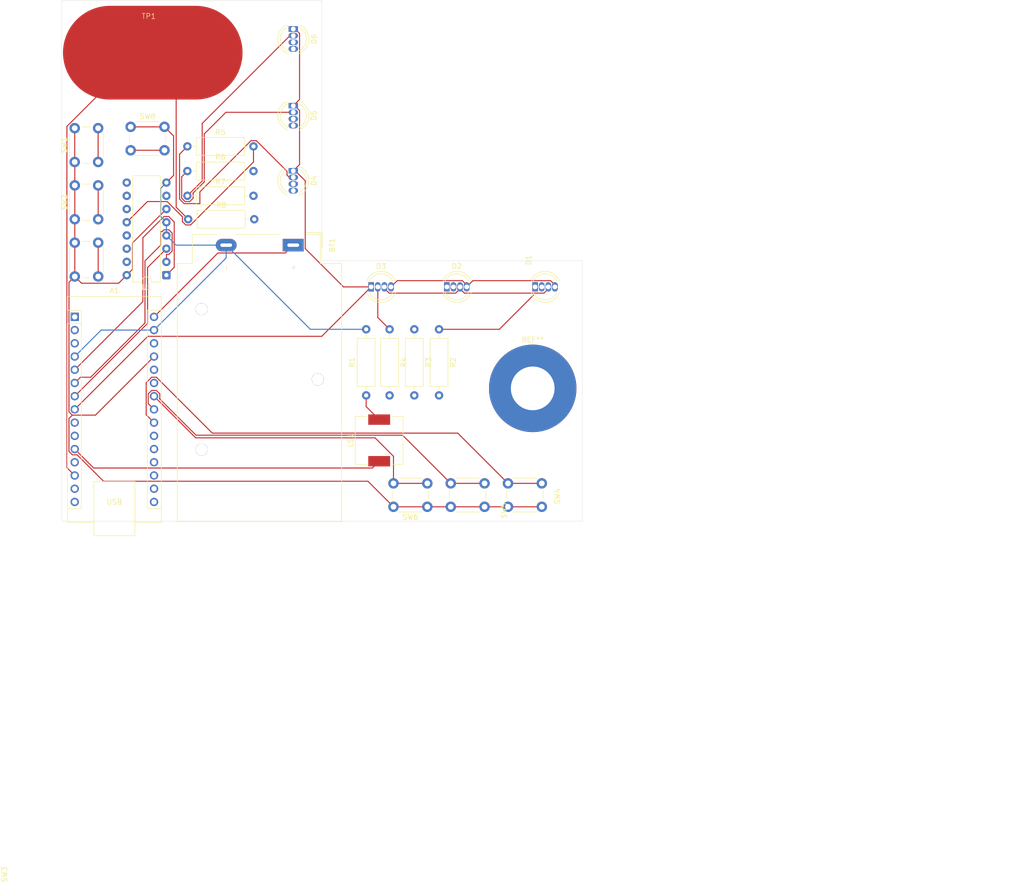
<source format=kicad_pcb>
(kicad_pcb (version 20241229) (generator "pcbnew") (generator_version "9.0")
  (layers (0 "F.Cu" signal) (2 "B.Cu" signal) (13 "F.Paste" user) (15 "B.Paste" user) (5 "F.SilkS" user "F.Silkscreen") (7 "B.SilkS" user "B.Silkscreen") (1 "F.Mask" user) (3 "B.Mask" user) (25 "Edge.Cuts" user))
  (net 0 "")
  (net 1 "RESET")
  (net 5 "+5V")
  (net 6 "SW5")
  (net 8 "SW1")
  (net 9 "SW6")
  (net 10 "CAP_TOUCH_SEND")
  (net 11 "+3.3V")
  (net 12 "SW2")
  (net 14 "LEDCTL0")
  (net 15 "+9V")
  (net 17 "SW3")
  (net 18 "B")
  (net 19 "R")
  (net 20 "G")
  (net 21 "CAP_TOUCH_RECEIVE")
  (net 23 "GND")
  (net 24 "LEDCTL1")
  (net 25 "LEDCTL2")
  (net 26 "SPEAK")
  (net 28 "SW4")
  (net 29 "Net-(D1-K)")
  (net 30 "Net-(D2-K)")
  (net 31 "Net-(D3-K)")
  (net 32 "Net-(D4-K)")
  (net 33 "Net-(D5-K)")
  (net 34 "Net-(D6-K)")
  (net 35 "Net-(LS1-Pad2)")
  (net 36 "LED0")
  (net 37 "LED1")
  (net 38 "LED2")
  (net 39 "LED3")
  (net 40 "LED4")
  (net 41 "LED5")
  (footprint "Package_DIP:DIP-16_W7.62mm" (layer "F.Cu") (at 70.12 102.74 180)
    (property "Reference" "U1" (at 3.81 -2.33 0) (layer "F.SilkS"))
    (property "Value" "74HC138")
    (fp_line (start 6.46 19.11) (end 6.46 -1.33) (stroke (width 0.12)) (layer "F.SilkS"))
    (fp_line (start 6.46 -1.33) (end 4.81 -1.33) (stroke (width 0.12)) (layer "F.SilkS"))
    (fp_line (start 2.81 -1.33) (end 1.16 -1.33) (stroke (width 0.12)) (layer "F.SilkS"))
    (fp_line (start 1.16 19.11) (end 6.46 19.11) (stroke (width 0.12)) (layer "F.SilkS"))
    (fp_line (start 1.16 -1.33) (end 1.16 19.11) (stroke (width 0.12)) (layer "F.SilkS"))
    (fp_arc (start 4.81 -1.33) (mid 3.81 -0.33) (end 2.81 -1.33) (stroke (width 0.12)) (layer "F.SilkS"))
    (pad "1" thru_hole roundrect (at 0 0 180) (size 1.6 1.6) (drill 0.8) (layers "*.Cu" "*.Mask") (roundrect_rratio 0.15625) (net 14 "LEDCTL0"))
    (pad "2" thru_hole circle (at 0 2.54 180) (size 1.6 1.6) (drill 0.8) (layers "*.Cu" "*.Mask") (net 24 "LEDCTL1"))
    (pad "3" thru_hole circle (at 0 5.08 180) (size 1.6 1.6) (drill 0.8) (layers "*.Cu" "*.Mask") (net 25 "LEDCTL2"))
    (pad "4" thru_hole circle (at 0 7.62 180) (size 1.6 1.6) (drill 0.8) (layers "*.Cu" "*.Mask") (net 23 "GND"))
    (pad "5" thru_hole circle (at 0 10.16 180) (size 1.6 1.6) (drill 0.8) (layers "*.Cu" "*.Mask") (net 23 "GND"))
    (pad "6" thru_hole circle (at 0 12.7 180) (size 1.6 1.6) (drill 0.8) (layers "*.Cu" "*.Mask") (net 5 "+5V"))
    (pad "7" thru_hole circle (at 0 15.24 180) (size 1.6 1.6) (drill 0.8) (layers "*.Cu" "*.Mask"))
    (pad "8" thru_hole circle (at 0 17.78 180) (size 1.6 1.6) (drill 0.8) (layers "*.Cu" "*.Mask") (net 23 "GND"))
    (pad "9" thru_hole circle (at 7.62 17.78 180) (size 1.6 1.6) (drill 0.8) (layers "*.Cu" "*.Mask"))
    (pad "10" thru_hole circle (at 7.62 15.24 180) (size 1.6 1.6) (drill 0.8) (layers "*.Cu" "*.Mask") (net 41 "LED5"))
    (pad "11" thru_hole circle (at 7.62 12.7 180) (size 1.6 1.6) (drill 0.8) (layers "*.Cu" "*.Mask") (net 40 "LED4"))
    (pad "12" thru_hole circle (at 7.62 10.16 180) (size 1.6 1.6) (drill 0.8) (layers "*.Cu" "*.Mask") (net 39 "LED3"))
    (pad "13" thru_hole circle (at 7.62 7.62 180) (size 1.6 1.6) (drill 0.8) (layers "*.Cu" "*.Mask") (net 38 "LED2"))
    (pad "14" thru_hole circle (at 7.62 5.08 180) (size 1.6 1.6) (drill 0.8) (layers "*.Cu" "*.Mask") (net 37 "LED1"))
    (pad "15" thru_hole circle (at 7.62 2.54 180) (size 1.6 1.6) (drill 0.8) (layers "*.Cu" "*.Mask") (net 36 "LED0"))
    (pad "16" thru_hole circle (at 7.62 0 180) (size 1.6 1.6) (drill 0.8) (layers "*.Cu" "*.Mask") (net 5 "+5V"))
  )
  (footprint "Button_Switch_THT:SW_PUSH_6mm" (layer "F.Cu") (at 120.25 147.25 180)
    (property "Reference" "SW6" (at 3.25 -2 0) (layer "F.SilkS"))
    (property "Value" "SW_Push")
    (fp_line (start 6.75 3) (end 6.75 1.5) (stroke (width 0.12)) (layer "F.SilkS"))
    (fp_line (start 5.5 -1) (end 1 -1) (stroke (width 0.12)) (layer "F.SilkS"))
    (fp_line (start 1 5.5) (end 5.5 5.5) (stroke (width 0.12)) (layer "F.SilkS"))
    (fp_line (start -0.25 1.5) (end -0.25 3) (stroke (width 0.12)) (layer "F.SilkS"))
    (pad "1" thru_hole circle (at 0 0 270) (size 2 2) (drill 1.1) (layers "*.Cu" "*.Mask") (net 5 "+5V"))
    (pad "1" thru_hole circle (at 6.5 0 270) (size 2 2) (drill 1.1) (layers "*.Cu" "*.Mask") (net 5 "+5V"))
    (pad "2" thru_hole circle (at 0 4.5 270) (size 2 2) (drill 1.1) (layers "*.Cu" "*.Mask") (net 9 "SW6"))
    (pad "2" thru_hole circle (at 6.5 4.5 270) (size 2 2) (drill 1.1) (layers "*.Cu" "*.Mask") (net 9 "SW6"))
  )
  (footprint "Button_Switch_THT:SW_PUSH_6mm" (layer "F.Cu") (at 52.514437 103 90)
    (property "Reference" "SW3" (at -114.88 -13.52 90) (layer "F.SilkS"))
    (property "Value" "SW_Push")
    (fp_line (start 5.5 -1) (end 1 -1) (stroke (width 0.12)) (layer "F.SilkS"))
    (fp_line (start -0.25 1.5) (end -0.25 3) (stroke (width 0.12)) (layer "F.SilkS"))
    (fp_line (start 6.75 3) (end 6.75 1.5) (stroke (width 0.12)) (layer "F.SilkS"))
    (fp_line (start 1 5.5) (end 5.5 5.5) (stroke (width 0.12)) (layer "F.SilkS"))
    (pad "1" thru_hole circle (at 0 0 180) (size 2 2) (drill 1.1) (layers "*.Cu" "*.Mask") (net 5 "+5V"))
    (pad "1" thru_hole circle (at 6.5 0 180) (size 2 2) (drill 1.1) (layers "*.Cu" "*.Mask") (net 5 "+5V"))
    (pad "2" thru_hole circle (at 0 4.5 180) (size 2 2) (drill 1.1) (layers "*.Cu" "*.Mask") (net 17 "SW3"))
    (pad "2" thru_hole circle (at 6.5 4.5 180) (size 2 2) (drill 1.1) (layers "*.Cu" "*.Mask") (net 17 "SW3"))
  )
  (footprint "Resistor_THT:R_Axial_DIN0309_L9.0mm_D3.2mm_P12.70mm_Horizontal" (layer "F.Cu") (at 117.75 113.15 -90)
    (property "Reference" "R3" (at 6.35 -2.72 90) (layer "F.SilkS"))
    (property "Value" "R_US")
    (fp_line (start 1.04 0) (end 1.73 0) (stroke (width 0.12)) (layer "F.SilkS"))
    (fp_line (start 11.66 0) (end 10.97 0) (stroke (width 0.12)) (layer "F.SilkS"))
    (fp_rect (start 1.73 -1.72) (end 10.97 1.72) (stroke (width 0.12)) (fill no) (layer "F.SilkS"))
    (pad "1" thru_hole circle (at 0 0 270) (size 1.6 1.6) (drill 0.8) (layers "*.Cu" "*.Mask") (net 30 "Net-(D2-K)"))
    (pad "2" thru_hole circle (at 12.7 0 270) (size 1.6 1.6) (drill 0.8) (layers "*.Cu" "*.Mask") (net 37 "LED1"))
  )
  (footprint "Button_Switch_THT:SW_PUSH_6mm" (layer "F.Cu") (at 52.5 81 90)
    (property "Reference" "SW1" (at 3.25 -2 90) (layer "F.SilkS"))
    (property "Value" "SW_Push")
    (fp_line (start 5.5 -1) (end 1 -1) (stroke (width 0.12)) (layer "F.SilkS"))
    (fp_line (start -0.25 1.5) (end -0.25 3) (stroke (width 0.12)) (layer "F.SilkS"))
    (fp_line (start 6.75 3) (end 6.75 1.5) (stroke (width 0.12)) (layer "F.SilkS"))
    (fp_line (start 1 5.5) (end 5.5 5.5) (stroke (width 0.12)) (layer "F.SilkS"))
    (pad "1" thru_hole circle (at 0 0 180) (size 2 2) (drill 1.1) (layers "*.Cu" "*.Mask") (net 5 "+5V"))
    (pad "1" thru_hole circle (at 6.5 0 180) (size 2 2) (drill 1.1) (layers "*.Cu" "*.Mask") (net 5 "+5V"))
    (pad "2" thru_hole circle (at 0 4.5 180) (size 2 2) (drill 1.1) (layers "*.Cu" "*.Mask") (net 8 "SW1"))
    (pad "2" thru_hole circle (at 6.5 4.5 180) (size 2 2) (drill 1.1) (layers "*.Cu" "*.Mask") (net 8 "SW1"))
  )
  (footprint "Resistor_THT:R_Axial_DIN0309_L9.0mm_D3.2mm_P12.70mm_Horizontal" (layer "F.Cu") (at 122.5 113.15 -90)
    (property "Reference" "R2" (at 6.35 -2.72 90) (layer "F.SilkS"))
    (property "Value" "R_US")
    (fp_line (start 1.04 0) (end 1.73 0) (stroke (width 0.12)) (layer "F.SilkS"))
    (fp_line (start 11.66 0) (end 10.97 0) (stroke (width 0.12)) (layer "F.SilkS"))
    (fp_rect (start 1.73 -1.72) (end 10.97 1.72) (stroke (width 0.12)) (fill no) (layer "F.SilkS"))
    (pad "1" thru_hole circle (at 0 0 270) (size 1.6 1.6) (drill 0.8) (layers "*.Cu" "*.Mask") (net 29 "Net-(D1-K)"))
    (pad "2" thru_hole circle (at 12.7 0 270) (size 1.6 1.6) (drill 0.8) (layers "*.Cu" "*.Mask") (net 36 "LED0"))
  )
  (footprint "MountingHole:MountingHole_8.4mm_M8_Pad" (layer "F.Cu") (at 140.5 124.5)
    (property "Reference" "REF**" (at 0 -9.35 0) (layer "F.SilkS"))
    (property "Value" "MountingHole_8.4mm_M8_Pad")
    (pad "1" thru_hole circle (at 0 0) (size 16.8 16.8) (drill 8.4) (layers "*.Cu" "*.Mask"))
  )
  (footprint "Buzzer_Beeper:Buzzer_CUI_CPT-9019S-SMT" (layer "F.Cu") (at 111 134.5 90)
    (property "Reference" "LS1" (at 0 -5.5 90) (layer "F.SilkS"))
    (property "Value" "Speaker")
    (fp_line (start 4.6 -4.6) (end 4.6 -2.4) (stroke (width 0.12)) (layer "F.SilkS"))
    (fp_line (start -4.6 -4.6) (end 4.6 -4.6) (stroke (width 0.12)) (layer "F.SilkS"))
    (fp_line (start -4.6 -4.6) (end -4.6 -2.4) (stroke (width 0.12)) (layer "F.SilkS"))
    (fp_line (start -4.6 -2.4) (end -5 -2.4) (stroke (width 0.12)) (layer "F.SilkS"))
    (fp_line (start 4.6 2.4) (end 4.6 4.6) (stroke (width 0.12)) (layer "F.SilkS"))
    (fp_line (start -4.6 2.4) (end -4.6 4.6) (stroke (width 0.12)) (layer "F.SilkS"))
    (fp_line (start 4.6 4.6) (end -4.6 4.6) (stroke (width 0.12)) (layer "F.SilkS"))
    (pad "1" smd rect (at -4 0 90) (size 2 4.2) (layers "F.Cu" "F.Mask" "F.Paste") (net 26 "SPEAK"))
    (pad "2" smd rect (at 4 0 90) (size 2 4.2) (layers "F.Cu" "F.Mask" "F.Paste") (net 35 "Net-(LS1-Pad2)"))
  )
  (footprint "Resistor_THT:R_Axial_DIN0309_L9.0mm_D3.2mm_P12.70mm_Horizontal" (layer "F.Cu") (at 108.5 125.85 90)
    (property "Reference" "R1" (at 6.35 -2.72 90) (layer "F.SilkS"))
    (property "Value" "R_US")
    (fp_line (start 11.66 0) (end 10.97 0) (stroke (width 0.12)) (layer "F.SilkS"))
    (fp_line (start 1.04 0) (end 1.73 0) (stroke (width 0.12)) (layer "F.SilkS"))
    (fp_rect (start 1.73 -1.72) (end 10.97 1.72) (stroke (width 0.12)) (fill no) (layer "F.SilkS"))
    (pad "1" thru_hole circle (at 0 0 90) (size 1.6 1.6) (drill 0.8) (layers "*.Cu" "*.Mask") (net 35 "Net-(LS1-Pad2)"))
    (pad "2" thru_hole circle (at 12.7 0 90) (size 1.6 1.6) (drill 0.8) (layers "*.Cu" "*.Mask") (net 23 "GND"))
  )
  (footprint "LED_THT:LED_D5.0mm-4_RGB" (layer "F.Cu") (at 140.96 105)
    (property "Reference" "D1" (at -1.25 -5.155 90) (layer "F.SilkS"))
    (property "Value" "LED_RKGB")
    (fp_line (start -0.655 -1.545) (end -0.655 -1.08) (stroke (width 0.12)) (layer "F.SilkS"))
    (fp_line (start -0.655 1.08) (end -0.655 1.545) (stroke (width 0.12)) (layer "F.SilkS"))
    (fp_arc (start -0.655 -1.54483) (mid 2.163898 -2.97877) (end 4.693136 -1.08) (stroke (width 0.12)) (layer "F.SilkS"))
    (fp_arc (start -0.349684 -1.08) (mid 1.905 -2.5) (end 4.159684 -1.08) (stroke (width 0.12)) (layer "F.SilkS"))
    (fp_arc (start 4.159684 1.08) (mid 1.905 2.5) (end -0.349684 1.08) (stroke (width 0.12)) (layer "F.SilkS"))
    (fp_arc (start 4.693136 1.08) (mid 2.163898 2.97877) (end -0.655 1.54483) (stroke (width 0.12)) (layer "F.SilkS"))
    (pad "1" thru_hole rect (at 0 0) (size 1.07 1.8) (drill 0.9) (layers "*.Cu" "*.Mask") (net 19 "R"))
    (pad "2" thru_hole oval (at 1.27 0) (size 1.07 1.8) (drill 0.9) (layers "*.Cu" "*.Mask") (net 29 "Net-(D1-K)"))
    (pad "3" thru_hole oval (at 2.54 0) (size 1.07 1.8) (drill 0.9) (layers "*.Cu" "*.Mask") (net 20 "G"))
    (pad "4" thru_hole oval (at 3.81 0) (size 1.07 1.8) (drill 0.9) (layers "*.Cu" "*.Mask") (net 18 "B"))
  )
  (footprint "Button_Switch_THT:SW_PUSH_6mm" (layer "F.Cu") (at 142.25 147.25 180)
    (property "Reference" "SW4" (at -3 2 90) (layer "F.SilkS"))
    (property "Value" "SW_Push")
    (fp_line (start 6.75 3) (end 6.75 1.5) (stroke (width 0.12)) (layer "F.SilkS"))
    (fp_line (start 5.5 -1) (end 1 -1) (stroke (width 0.12)) (layer "F.SilkS"))
    (fp_line (start 1 5.5) (end 5.5 5.5) (stroke (width 0.12)) (layer "F.SilkS"))
    (fp_line (start -0.25 1.5) (end -0.25 3) (stroke (width 0.12)) (layer "F.SilkS"))
    (pad "1" thru_hole circle (at 0 0 270) (size 2 2) (drill 1.1) (layers "*.Cu" "*.Mask") (net 5 "+5V"))
    (pad "1" thru_hole circle (at 6.5 0 270) (size 2 2) (drill 1.1) (layers "*.Cu" "*.Mask") (net 5 "+5V"))
    (pad "2" thru_hole circle (at 0 4.5 270) (size 2 2) (drill 1.1) (layers "*.Cu" "*.Mask") (net 28 "SW4"))
    (pad "2" thru_hole circle (at 6.5 4.5 270) (size 2 2) (drill 1.1) (layers "*.Cu" "*.Mask") (net 28 "SW4"))
  )
  (footprint "Resistor_THT:R_Axial_DIN0309_L9.0mm_D3.2mm_P12.70mm_Horizontal" (layer "F.Cu") (at 74.15 87.5)
    (property "Reference" "R7" (at 6.35 -2.72 0) (layer "F.SilkS"))
    (property "Value" "R_US")
    (fp_line (start 1.04 0) (end 1.73 0) (stroke (width 0.12)) (layer "F.SilkS"))
    (fp_line (start 11.66 0) (end 10.97 0) (stroke (width 0.12)) (layer "F.SilkS"))
    (fp_rect (start 1.73 -1.72) (end 10.97 1.72) (stroke (width 0.12)) (fill no) (layer "F.SilkS"))
    (pad "1" thru_hole circle (at 0 0) (size 1.6 1.6) (drill 0.8) (layers "*.Cu" "*.Mask") (net 34 "Net-(D6-K)"))
    (pad "2" thru_hole circle (at 12.7 0) (size 1.6 1.6) (drill 0.8) (layers "*.Cu" "*.Mask") (net 41 "LED5"))
  )
  (footprint "Module:Arduino_Nano" (layer "F.Cu") (at 52.5 110.76)
    (property "Reference" "A1" (at 7.62 -5.08 0) (layer "F.SilkS"))
    (property "Value" "Arduino_Nano_Every")
    (fp_line (start -1.4 -3.94) (end -1.4 -1.27) (stroke (width 0.12)) (layer "F.SilkS"))
    (fp_line (start -1.4 1.27) (end -1.4 39.5) (stroke (width 0.12)) (layer "F.SilkS"))
    (fp_line (start -1.4 39.5) (end 3.68 39.5) (stroke (width 0.12)) (layer "F.SilkS"))
    (fp_line (start 1.27 -1.27) (end -1.4 -1.27) (stroke (width 0.12)) (layer "F.SilkS"))
    (fp_line (start 1.27 1.27) (end -1.4 1.27) (stroke (width 0.12)) (layer "F.SilkS"))
    (fp_line (start 1.27 1.27) (end 1.27 -1.27) (stroke (width 0.12)) (layer "F.SilkS"))
    (fp_line (start 1.27 1.27) (end 1.27 36.83) (stroke (width 0.12)) (layer "F.SilkS"))
    (fp_line (start 1.27 36.83) (end -1.4 36.83) (stroke (width 0.12)) (layer "F.SilkS"))
    (fp_line (start 3.68 31.62) (end 11.56 31.62) (stroke (width 0.12)) (layer "F.SilkS"))
    (fp_line (start 3.68 42.04) (end 3.68 31.62) (stroke (width 0.12)) (layer "F.SilkS"))
    (fp_line (start 11.56 31.62) (end 11.56 42.04) (stroke (width 0.12)) (layer "F.SilkS"))
    (fp_line (start 11.56 42.04) (end 3.68 42.04) (stroke (width 0.12)) (layer "F.SilkS"))
    (fp_line (start 13.97 -1.27) (end 13.97 36.83) (stroke (width 0.12)) (layer "F.SilkS"))
    (fp_line (start 13.97 -1.27) (end 16.64 -1.27) (stroke (width 0.12)) (layer "F.SilkS"))
    (fp_line (start 13.97 36.83) (end 16.64 36.83) (stroke (width 0.12)) (layer "F.SilkS"))
    (fp_line (start 16.64 -3.94) (end -1.4 -3.94) (stroke (width 0.12)) (layer "F.SilkS"))
    (fp_line (start 16.64 39.5) (end 11.56 39.5) (stroke (width 0.12)) (layer "F.SilkS"))
    (fp_line (start 16.64 39.5) (end 16.64 -3.94) (stroke (width 0.12)) (layer "F.SilkS"))
    (fp_text user "USB" (at 7.62 35.56 0) (layer "F.SilkS"))
    (pad "1" thru_hole rect (at 0 0) (size 1.6 1.6) (drill 1) (layers "*.Cu" "*.Mask"))
    (pad "2" thru_hole oval (at 0 2.54) (size 1.6 1.6) (drill 1) (layers "*.Cu" "*.Mask"))
    (pad "3" thru_hole oval (at 0 5.08) (size 1.6 1.6) (drill 1) (layers "*.Cu" "*.Mask") (net 1 "RESET"))
    (pad "4" thru_hole oval (at 0 7.62) (size 1.6 1.6) (drill 1) (layers "*.Cu" "*.Mask") (net 23 "GND"))
    (pad "5" thru_hole oval (at 0 10.16) (size 1.6 1.6) (drill 1) (layers "*.Cu" "*.Mask") (net 14 "LEDCTL0"))
    (pad "6" thru_hole oval (at 0 12.7) (size 1.6 1.6) (drill 1) (layers "*.Cu" "*.Mask") (net 24 "LEDCTL1"))
    (pad "7" thru_hole oval (at 0 15.24) (size 1.6 1.6) (drill 1) (layers "*.Cu" "*.Mask") (net 25 "LEDCTL2"))
    (pad "8" thru_hole oval (at 0 17.78) (size 1.6 1.6) (drill 1) (layers "*.Cu" "*.Mask") (net 19 "R"))
    (pad "9" thru_hole oval (at 0 20.32) (size 1.6 1.6) (drill 1) (layers "*.Cu" "*.Mask") (net 20 "G"))
    (pad "10" thru_hole oval (at 0 22.86) (size 1.6 1.6) (drill 1) (layers "*.Cu" "*.Mask") (net 18 "B"))
    (pad "11" thru_hole oval (at 0 25.4) (size 1.6 1.6) (drill 1) (layers "*.Cu" "*.Mask") (net 26 "SPEAK"))
    (pad "12" thru_hole oval (at 0 27.94) (size 1.6 1.6) (drill 1) (layers "*.Cu" "*.Mask") (net 10 "CAP_TOUCH_SEND"))
    (pad "13" thru_hole oval (at 0 30.48) (size 1.6 1.6) (drill 1) (layers "*.Cu" "*.Mask") (net 21 "CAP_TOUCH_RECEIVE"))
    (pad "14" thru_hole oval (at 0 33.02) (size 1.6 1.6) (drill 1) (layers "*.Cu" "*.Mask"))
    (pad "15" thru_hole oval (at 0 35.56) (size 1.6 1.6) (drill 1) (layers "*.Cu" "*.Mask"))
    (pad "16" thru_hole oval (at 15.24 35.56) (size 1.6 1.6) (drill 1) (layers "*.Cu" "*.Mask"))
    (pad "17" thru_hole oval (at 15.24 33.02) (size 1.6 1.6) (drill 1) (layers "*.Cu" "*.Mask") (net 11 "+3.3V"))
    (pad "18" thru_hole oval (at 15.24 30.48) (size 1.6 1.6) (drill 1) (layers "*.Cu" "*.Mask"))
    (pad "19" thru_hole oval (at 15.24 27.94) (size 1.6 1.6) (drill 1) (layers "*.Cu" "*.Mask") (net 8 "SW1"))
    (pad "20" thru_hole oval (at 15.24 25.4) (size 1.6 1.6) (drill 1) (layers "*.Cu" "*.Mask") (net 12 "SW2"))
    (pad "21" thru_hole oval (at 15.24 22.86) (size 1.6 1.6) (drill 1) (layers "*.Cu" "*.Mask") (net 17 "SW3"))
    (pad "22" thru_hole oval (at 15.24 20.32) (size 1.6 1.6) (drill 1) (layers "*.Cu" "*.Mask") (net 28 "SW4"))
    (pad "23" thru_hole oval (at 15.24 17.78) (size 1.6 1.6) (drill 1) (layers "*.Cu" "*.Mask") (net 6 "SW5"))
    (pad "24" thru_hole oval (at 15.24 15.24) (size 1.6 1.6) (drill 1) (layers "*.Cu" "*.Mask") (net 9 "SW6"))
    (pad "25" thru_hole oval (at 15.24 12.7) (size 1.6 1.6) (drill 1) (layers "*.Cu" "*.Mask"))
    (pad "26" thru_hole oval (at 15.24 10.16) (size 1.6 1.6) (drill 1) (layers "*.Cu" "*.Mask"))
    (pad "27" thru_hole oval (at 15.24 7.62) (size 1.6 1.6) (drill 1) (layers "*.Cu" "*.Mask") (net 5 "+5V"))
    (pad "28" thru_hole oval (at 15.24 5.08) (size 1.6 1.6) (drill 1) (layers "*.Cu" "*.Mask") (net 1 "RESET"))
    (pad "29" thru_hole oval (at 15.24 2.54) (size 1.6 1.6) (drill 1) (layers "*.Cu" "*.Mask") (net 23 "GND"))
    (pad "30" thru_hole oval (at 15.24 0) (size 1.6 1.6) (drill 1) (layers "*.Cu" "*.Mask") (net 15 "+9V"))
  )
  (footprint "Button_Switch_THT:SW_PUSH_6mm" (layer "F.Cu") (at 131.25 147.25 180)
    (property "Reference" "SW5" (at -3.75 -0.75 90) (layer "F.SilkS"))
    (property "Value" "SW_Push")
    (fp_line (start 6.75 3) (end 6.75 1.5) (stroke (width 0.12)) (layer "F.SilkS"))
    (fp_line (start 5.5 -1) (end 1 -1) (stroke (width 0.12)) (layer "F.SilkS"))
    (fp_line (start 1 5.5) (end 5.5 5.5) (stroke (width 0.12)) (layer "F.SilkS"))
    (fp_line (start -0.25 1.5) (end -0.25 3) (stroke (width 0.12)) (layer "F.SilkS"))
    (pad "1" thru_hole circle (at 0 0 270) (size 2 2) (drill 1.1) (layers "*.Cu" "*.Mask") (net 5 "+5V"))
    (pad "1" thru_hole circle (at 6.5 0 270) (size 2 2) (drill 1.1) (layers "*.Cu" "*.Mask") (net 5 "+5V"))
    (pad "2" thru_hole circle (at 0 4.5 270) (size 2 2) (drill 1.1) (layers "*.Cu" "*.Mask") (net 6 "SW5"))
    (pad "2" thru_hole circle (at 6.5 4.5 270) (size 2 2) (drill 1.1) (layers "*.Cu" "*.Mask") (net 6 "SW5"))
  )
  (footprint "Resistor_THT:R_Axial_DIN0309_L9.0mm_D3.2mm_P12.70mm_Horizontal" (layer "F.Cu") (at 74.15 82.75)
    (property "Reference" "R6" (at 6.35 -2.72 0) (layer "F.SilkS"))
    (property "Value" "R_US")
    (fp_line (start 1.04 0) (end 1.73 0) (stroke (width 0.12)) (layer "F.SilkS"))
    (fp_line (start 11.66 0) (end 10.97 0) (stroke (width 0.12)) (layer "F.SilkS"))
    (fp_rect (start 1.73 -1.72) (end 10.97 1.72) (stroke (width 0.12)) (fill no) (layer "F.SilkS"))
    (pad "1" thru_hole circle (at 0 0) (size 1.6 1.6) (drill 0.8) (layers "*.Cu" "*.Mask") (net 33 "Net-(D5-K)"))
    (pad "2" thru_hole circle (at 12.7 0) (size 1.6 1.6) (drill 0.8) (layers "*.Cu" "*.Mask") (net 40 "LED4"))
  )
  (footprint "LED_THT:LED_D5.0mm-4_RGB" (layer "F.Cu") (at 124 105)
    (property "Reference" "D2" (at 1.905 -3.96 0) (layer "F.SilkS"))
    (property "Value" "LED_RKGB")
    (fp_line (start -0.655 -1.545) (end -0.655 -1.08) (stroke (width 0.12)) (layer "F.SilkS"))
    (fp_line (start -0.655 1.08) (end -0.655 1.545) (stroke (width 0.12)) (layer "F.SilkS"))
    (fp_arc (start -0.655 -1.54483) (mid 2.163898 -2.97877) (end 4.693136 -1.08) (stroke (width 0.12)) (layer "F.SilkS"))
    (fp_arc (start -0.349684 -1.08) (mid 1.905 -2.5) (end 4.159684 -1.08) (stroke (width 0.12)) (layer "F.SilkS"))
    (fp_arc (start 4.159684 1.08) (mid 1.905 2.5) (end -0.349684 1.08) (stroke (width 0.12)) (layer "F.SilkS"))
    (fp_arc (start 4.693136 1.08) (mid 2.163898 2.97877) (end -0.655 1.54483) (stroke (width 0.12)) (layer "F.SilkS"))
    (pad "1" thru_hole rect (at 0 0) (size 1.07 1.8) (drill 0.9) (layers "*.Cu" "*.Mask") (net 19 "R"))
    (pad "2" thru_hole oval (at 1.27 0) (size 1.07 1.8) (drill 0.9) (layers "*.Cu" "*.Mask") (net 30 "Net-(D2-K)"))
    (pad "3" thru_hole oval (at 2.54 0) (size 1.07 1.8) (drill 0.9) (layers "*.Cu" "*.Mask") (net 20 "G"))
    (pad "4" thru_hole oval (at 3.81 0) (size 1.07 1.8) (drill 0.9) (layers "*.Cu" "*.Mask") (net 18 "B"))
  )
  (footprint "Button_Switch_THT:SW_PUSH_6mm" (layer "F.Cu") (at 52.514437 92 90)
    (property "Reference" "SW2" (at 3.25 -2 90) (layer "F.SilkS"))
    (property "Value" "SW_Push")
    (fp_line (start 5.5 -1) (end 1 -1) (stroke (width 0.12)) (layer "F.SilkS"))
    (fp_line (start -0.25 1.5) (end -0.25 3) (stroke (width 0.12)) (layer "F.SilkS"))
    (fp_line (start 6.75 3) (end 6.75 1.5) (stroke (width 0.12)) (layer "F.SilkS"))
    (fp_line (start 1 5.5) (end 5.5 5.5) (stroke (width 0.12)) (layer "F.SilkS"))
    (pad "1" thru_hole circle (at 0 0 180) (size 2 2) (drill 1.1) (layers "*.Cu" "*.Mask") (net 5 "+5V"))
    (pad "1" thru_hole circle (at 6.5 0 180) (size 2 2) (drill 1.1) (layers "*.Cu" "*.Mask") (net 5 "+5V"))
    (pad "2" thru_hole circle (at 0 4.5 180) (size 2 2) (drill 1.1) (layers "*.Cu" "*.Mask") (net 12 "SW2"))
    (pad "2" thru_hole circle (at 6.5 4.5 180) (size 2 2) (drill 1.1) (layers "*.Cu" "*.Mask") (net 12 "SW2"))
  )
  (footprint "LED_THT:LED_D5.0mm-4_RGB" (layer "F.Cu") (at 94.5 82.69 -90)
    (property "Reference" "D4" (at 1.905 -3.96 90) (layer "F.SilkS"))
    (property "Value" "LED_RKGB")
    (fp_line (start -0.655 1.08) (end -0.655 1.545) (stroke (width 0.12)) (layer "F.SilkS"))
    (fp_line (start -0.655 -1.545) (end -0.655 -1.08) (stroke (width 0.12)) (layer "F.SilkS"))
    (fp_arc (start 4.159684 1.08) (mid 1.905 2.5) (end -0.349684 1.08) (stroke (width 0.12)) (layer "F.SilkS"))
    (fp_arc (start 4.693136 1.08) (mid 2.163898 2.97877) (end -0.655 1.54483) (stroke (width 0.12)) (layer "F.SilkS"))
    (fp_arc (start -0.349684 -1.08) (mid 1.905 -2.5) (end 4.159684 -1.08) (stroke (width 0.12)) (layer "F.SilkS"))
    (fp_arc (start -0.655 -1.54483) (mid 2.163898 -2.97877) (end 4.693136 -1.08) (stroke (width 0.12)) (layer "F.SilkS"))
    (pad "1" thru_hole rect (at 0 0 270) (size 1.07 1.8) (drill 0.9) (layers "*.Cu" "*.Mask") (net 19 "R"))
    (pad "2" thru_hole oval (at 1.27 0 270) (size 1.07 1.8) (drill 0.9) (layers "*.Cu" "*.Mask") (net 32 "Net-(D4-K)"))
    (pad "3" thru_hole oval (at 2.54 0 270) (size 1.07 1.8) (drill 0.9) (layers "*.Cu" "*.Mask") (net 20 "G"))
    (pad "4" thru_hole oval (at 3.81 0 270) (size 1.07 1.8) (drill 0.9) (layers "*.Cu" "*.Mask") (net 18 "B"))
  )
  (footprint "Battery:BatteryHolder_MPD_BA9VPC_1xPP3" (layer "F.Cu") (at 94.485 96.98 -90)
    (property "Reference" "BT1" (at 0 -7.5 90) (layer "F.SilkS"))
    (property "Value" "Battery")
    (fp_line (start 3.54 22.28) (end 3.54 19.38) (stroke (width 0.12)) (layer "F.SilkS"))
    (fp_line (start 53.1 22.28) (end 3.54 22.28) (stroke (width 0.12)) (layer "F.SilkS"))
    (fp_line (start 53.1 22.28) (end 53.1 -9.31) (stroke (width 0.12)) (layer "F.SilkS"))
    (fp_line (start -2.06 19.38) (end -2.06 14.7) (stroke (width 0.12)) (layer "F.SilkS"))
    (fp_line (start 3.54 19.38) (end -2.06 19.38) (stroke (width 0.12)) (layer "F.SilkS"))
    (fp_line (start -2.06 2.65) (end -2.06 11) (stroke (width 0.12)) (layer "F.SilkS"))
    (fp_line (start -2.06 -5.21) (end -2.06 -2.65) (stroke (width 0.12)) (layer "F.SilkS"))
    (fp_line (start 3.54 -5.21) (end -2.06 -5.21) (stroke (width 0.12)) (layer "F.SilkS"))
    (fp_line (start -2.4 -5.55) (end -2.4 -2.55) (stroke (width 0.12)) (layer "F.SilkS"))
    (fp_line (start -2.4 -5.55) (end 0.6 -5.55) (stroke (width 0.12)) (layer "F.SilkS"))
    (fp_line (start 3.54 -9.31) (end 3.54 -5.21) (stroke (width 0.12)) (layer "F.SilkS"))
    (fp_line (start 53.1 -9.31) (end 3.54 -9.31) (stroke (width 0.12)) (layer "F.SilkS"))
    (fp_text user "+" (at 3.6 0 90) (layer "F.SilkS") (effects (justify right)))
    (fp_text user "-" (at 3.6 12.88 90) (layer "F.SilkS") (effects (justify right)))
    (pad "" np_thru_hole circle (at 12.29 17.62 270) (size 2.3 2.3) (drill 2.29) (layers "*.Cu" "*.Mask"))
    (pad "" np_thru_hole circle (at 25.78 -4.73 270) (size 2.3 2.3) (drill 2.29) (layers "*.Cu" "*.Mask"))
    (pad "" np_thru_hole circle (at 39.26 17.62 270) (size 2.3 2.3) (drill 2.29) (layers "*.Cu" "*.Mask"))
    (pad "1" thru_hole rect (at 0 0 270) (size 2.41 4.02) (drill oval 0.66 2.27) (layers "*.Cu" "*.Mask") (net 15 "+9V"))
    (pad "2" thru_hole oval (at 0 12.88 270) (size 2.41 4.02) (drill oval 0.66 2.27) (layers "*.Cu" "*.Mask") (net 23 "GND"))
  )
  (footprint "Resistor_THT:R_Axial_DIN0309_L9.0mm_D3.2mm_P12.70mm_Horizontal" (layer "F.Cu") (at 113 113.15 -90)
    (property "Reference" "R4" (at 6.35 -2.72 90) (layer "F.SilkS"))
    (property "Value" "R_US")
    (fp_line (start 1.04 0) (end 1.73 0) (stroke (width 0.12)) (layer "F.SilkS"))
    (fp_line (start 11.66 0) (end 10.97 0) (stroke (width 0.12)) (layer "F.SilkS"))
    (fp_rect (start 1.73 -1.72) (end 10.97 1.72) (stroke (width 0.12)) (fill no) (layer "F.SilkS"))
    (pad "1" thru_hole circle (at 0 0 270) (size 1.6 1.6) (drill 0.8) (layers "*.Cu" "*.Mask") (net 31 "Net-(D3-K)"))
    (pad "2" thru_hole circle (at 12.7 0 270) (size 1.6 1.6) (drill 0.8) (layers "*.Cu" "*.Mask") (net 38 "LED2"))
  )
  (footprint "Button_Switch_THT:SW_PUSH_6mm" (layer "F.Cu") (at 63.25 74.25)
    (property "Reference" "SW8" (at 3.25 -2 0) (layer "F.SilkS"))
    (property "Value" "SW_Push")
    (fp_line (start -0.25 1.5) (end -0.25 3) (stroke (width 0.12)) (layer "F.SilkS"))
    (fp_line (start 1 5.5) (end 5.5 5.5) (stroke (width 0.12)) (layer "F.SilkS"))
    (fp_line (start 5.5 -1) (end 1 -1) (stroke (width 0.12)) (layer "F.SilkS"))
    (fp_line (start 6.75 3) (end 6.75 1.5) (stroke (width 0.12)) (layer "F.SilkS"))
    (pad "1" thru_hole circle (at 0 0 90) (size 2 2) (drill 1.1) (layers "*.Cu" "*.Mask") (net 23 "GND"))
    (pad "1" thru_hole circle (at 6.5 0 90) (size 2 2) (drill 1.1) (layers "*.Cu" "*.Mask") (net 23 "GND"))
    (pad "2" thru_hole circle (at 0 4.5 90) (size 2 2) (drill 1.1) (layers "*.Cu" "*.Mask") (net 1 "RESET"))
    (pad "2" thru_hole circle (at 6.5 4.5 90) (size 2 2) (drill 1.1) (layers "*.Cu" "*.Mask") (net 1 "RESET"))
  )
  (footprint "Resistor_THT:R_Axial_DIN0309_L9.0mm_D3.2mm_P12.70mm_Horizontal" (layer "F.Cu") (at 74.15 78)
    (property "Reference" "R5" (at 6.35 -2.72 0) (layer "F.SilkS"))
    (property "Value" "R_US")
    (fp_line (start 1.04 0) (end 1.73 0) (stroke (width 0.12)) (layer "F.SilkS"))
    (fp_line (start 11.66 0) (end 10.97 0) (stroke (width 0.12)) (layer "F.SilkS"))
    (fp_rect (start 1.73 -1.72) (end 10.97 1.72) (stroke (width 0.12)) (fill no) (layer "F.SilkS"))
    (pad "1" thru_hole circle (at 0 0) (size 1.6 1.6) (drill 0.8) (layers "*.Cu" "*.Mask") (net 32 "Net-(D4-K)"))
    (pad "2" thru_hole circle (at 12.7 0) (size 1.6 1.6) (drill 0.8) (layers "*.Cu" "*.Mask") (net 39 "LED3"))
  )
  (footprint "LED_THT:LED_D5.0mm-4_RGB" (layer "F.Cu") (at 94.5 55.46 -90)
    (property "Reference" "D6" (at 1.905 -3.96 90) (layer "F.SilkS"))
    (property "Value" "LED_RKGB")
    (fp_line (start -0.655 1.08) (end -0.655 1.545) (stroke (width 0.12)) (layer "F.SilkS"))
    (fp_line (start -0.655 -1.545) (end -0.655 -1.08) (stroke (width 0.12)) (layer "F.SilkS"))
    (fp_arc (start 4.159684 1.08) (mid 1.905 2.5) (end -0.349684 1.08) (stroke (width 0.12)) (layer "F.SilkS"))
    (fp_arc (start 4.693136 1.08) (mid 2.163898 2.97877) (end -0.655 1.54483) (stroke (width 0.12)) (layer "F.SilkS"))
    (fp_arc (start -0.349684 -1.08) (mid 1.905 -2.5) (end 4.159684 -1.08) (stroke (width 0.12)) (layer "F.SilkS"))
    (fp_arc (start -0.655 -1.54483) (mid 2.163898 -2.97877) (end 4.693136 -1.08) (stroke (width 0.12)) (layer "F.SilkS"))
    (pad "1" thru_hole rect (at 0 0 270) (size 1.07 1.8) (drill 0.9) (layers "*.Cu" "*.Mask") (net 19 "R"))
    (pad "2" thru_hole oval (at 1.27 0 270) (size 1.07 1.8) (drill 0.9) (layers "*.Cu" "*.Mask") (net 34 "Net-(D6-K)"))
    (pad "3" thru_hole oval (at 2.54 0 270) (size 1.07 1.8) (drill 0.9) (layers "*.Cu" "*.Mask") (net 20 "G"))
    (pad "4" thru_hole oval (at 3.81 0 270) (size 1.07 1.8) (drill 0.9) (layers "*.Cu" "*.Mask") (net 18 "B"))
  )
  (footprint "prideocarina:mouth_button" (layer "F.Cu") (at 67.72625 59.8777)
    (property "Reference" "TP1" (at -1 -6.8777 0) (layer "F.SilkS") (effects (font (thickness 0.1))))
    (property "Value" "touch")
    (pad "1" smd oval (at -0.22625 0.1223) (size 34.5 18) (layers "F.Cu") (net 21 "CAP_TOUCH_RECEIVE") (padstack (mode custom) (layer "B.Cu" (shape roundrect) (size 1.4525 0.0254) (roundrect_rratio 0.15))))
  )
  (footprint "Resistor_THT:R_Axial_DIN0309_L9.0mm_D3.2mm_P12.70mm_Horizontal" (layer "F.Cu") (at 74.3 92)
    (property "Reference" "R8" (at 6.35 -2.72 0) (layer "F.SilkS"))
    (property "Value" "R_US")
    (fp_line (start 1.04 0) (end 1.73 0) (stroke (width 0.12)) (layer "F.SilkS"))
    (fp_line (start 11.66 0) (end 10.97 0) (stroke (width 0.12)) (layer "F.SilkS"))
    (fp_rect (start 1.73 -1.72) (end 10.97 1.72) (stroke (width 0.12)) (fill no) (layer "F.SilkS"))
    (pad "1" thru_hole circle (at 0 0) (size 1.6 1.6) (drill 0.8) (layers "*.Cu" "*.Mask") (net 21 "CAP_TOUCH_RECEIVE"))
    (pad "2" thru_hole circle (at 12.7 0) (size 1.6 1.6) (drill 0.8) (layers "*.Cu" "*.Mask") (net 10 "CAP_TOUCH_SEND"))
  )
  (footprint "LED_THT:LED_D5.0mm-4_RGB" (layer "F.Cu") (at 109.46 105)
    (property "Reference" "D3" (at 1.905 -3.96 0) (layer "F.SilkS"))
    (property "Value" "LED_RKGB")
    (fp_line (start -0.655 -1.545) (end -0.655 -1.08) (stroke (width 0.12)) (layer "F.SilkS"))
    (fp_line (start -0.655 1.08) (end -0.655 1.545) (stroke (width 0.12)) (layer "F.SilkS"))
    (fp_arc (start -0.655 -1.54483) (mid 2.163898 -2.97877) (end 4.693136 -1.08) (stroke (width 0.12)) (layer "F.SilkS"))
    (fp_arc (start -0.349684 -1.08) (mid 1.905 -2.5) (end 4.159684 -1.08) (stroke (width 0.12)) (layer "F.SilkS"))
    (fp_arc (start 4.159684 1.08) (mid 1.905 2.5) (end -0.349684 1.08) (stroke (width 0.12)) (layer "F.SilkS"))
    (fp_arc (start 4.693136 1.08) (mid 2.163898 2.97877) (end -0.655 1.54483) (stroke (width 0.12)) (layer "F.SilkS"))
    (pad "1" thru_hole rect (at 0 0) (size 1.07 1.8) (drill 0.9) (layers "*.Cu" "*.Mask") (net 19 "R"))
    (pad "2" thru_hole oval (at 1.27 0) (size 1.07 1.8) (drill 0.9) (layers "*.Cu" "*.Mask") (net 31 "Net-(D3-K)"))
    (pad "3" thru_hole oval (at 2.54 0) (size 1.07 1.8) (drill 0.9) (layers "*.Cu" "*.Mask") (net 20 "G"))
    (pad "4" thru_hole oval (at 3.81 0) (size 1.07 1.8) (drill 0.9) (layers "*.Cu" "*.Mask") (net 18 "B"))
  )
  (footprint "LED_THT:LED_D5.0mm-4_RGB" (layer "F.Cu") (at 94.5 70.19 -90)
    (property "Reference" "D5" (at 1.905 -3.96 90) (layer "F.SilkS"))
    (property "Value" "LED_RKGB")
    (fp_line (start -0.655 1.08) (end -0.655 1.545) (stroke (width 0.12)) (layer "F.SilkS"))
    (fp_line (start -0.655 -1.545) (end -0.655 -1.08) (stroke (width 0.12)) (layer "F.SilkS"))
    (fp_arc (start 4.159684 1.08) (mid 1.905 2.5) (end -0.349684 1.08) (stroke (width 0.12)) (layer "F.SilkS"))
    (fp_arc (start 4.693136 1.08) (mid 2.163898 2.97877) (end -0.655 1.54483) (stroke (width 0.12)) (layer "F.SilkS"))
    (fp_arc (start -0.349684 -1.08) (mid 1.905 -2.5) (end 4.159684 -1.08) (stroke (width 0.12)) (layer "F.SilkS"))
    (fp_arc (start -0.655 -1.54483) (mid 2.163898 -2.97877) (end 4.693136 -1.08) (stroke (width 0.12)) (layer "F.SilkS"))
    (pad "1" thru_hole rect (at 0 0 270) (size 1.07 1.8) (drill 0.9) (layers "*.Cu" "*.Mask") (net 19 "R"))
    (pad "2" thru_hole oval (at 1.27 0 270) (size 1.07 1.8) (drill 0.9) (layers "*.Cu" "*.Mask") (net 33 "Net-(D5-K)"))
    (pad "3" thru_hole oval (at 2.54 0 270) (size 1.07 1.8) (drill 0.9) (layers "*.Cu" "*.Mask") (net 20 "G"))
    (pad "4" thru_hole oval (at 3.81 0 270) (size 1.07 1.8) (drill 0.9) (layers "*.Cu" "*.Mask") (net 18 "B"))
  )
  (gr_line (start 50 150) (end 50 50) (stroke (width 0.05)) (layer "Edge.Cuts"))
  (gr_line (start 150 150) (end 100 150) (stroke (width 0.05)) (layer "Edge.Cuts"))
  (gr_line (start 50 50) (end 100 50) (stroke (width 0.05)) (layer "Edge.Cuts"))
  (gr_line (start 100 150) (end 50 150) (stroke (width 0.05)) (layer "Edge.Cuts"))
  (gr_line (start 100 50) (end 100 100) (stroke (width 0.05)) (layer "Edge.Cuts"))
  (gr_line (start 100 100) (end 150 100) (stroke (width 0.05)) (layer "Edge.Cuts"))
  (gr_line (start 150 100) (end 150 150) (stroke (width 0.05)) (layer "Edge.Cuts"))
  (segment (start 63.25 78.75) (end 69.75 78.75) (width 0.2) (layer "F.Cu") (net 1))
  (segment (start 52.514437 103) (end 52.514437 96.5) (width 0.2) (layer "F.Cu") (net 5))
  (segment (start 135.75 147.25) (end 131.25 147.25) (width 0.2) (layer "F.Cu") (net 5))
  (segment (start 52.95605 137.261) (end 52.04395 137.261) (width 0.2) (layer "F.Cu") (net 5))
  (segment (start 62.5 102.74) (end 63.601 101.639) (width 0.2) (layer "F.Cu") (net 5))
  (segment (start 131.25 147.25) (end 124.75 147.25) (width 0.2) (layer "F.Cu") (net 5))
  (segment (start 51.399 104.115437) (end 51.399 128.99605) (width 0.2) (layer "F.Cu") (net 5))
  (segment (start 52.514437 103) (end 53.815437 104.301) (width 0.2) (layer "F.Cu") (net 5))
  (segment (start 58.03605 142.341) (end 52.95605 137.261) (width 0.2) (layer "F.Cu") (net 5))
  (segment (start 51.399 130.28595) (end 52.04395 129.641) (width 0.2) (layer "F.Cu") (net 5))
  (segment (start 63.601 101.639) (end 63.601 96.559) (width 0.2) (layer "F.Cu") (net 5))
  (segment (start 52.5 81) (end 52.5 74.5) (width 0.2) (layer "F.Cu") (net 5))
  (segment (start 53.815437 104.301) (end 60.939 104.301) (width 0.2) (layer "F.Cu") (net 5))
  (segment (start 142.25 147.25) (end 135.75 147.25) (width 0.2) (layer "F.Cu") (net 5))
  (segment (start 113.75 147.25) (end 108.841 142.341) (width 0.2) (layer "F.Cu") (net 5))
  (segment (start 52.514437 92) (end 52.514437 85.5) (width 0.2) (layer "F.Cu") (net 5))
  (segment (start 120.25 147.25) (end 113.75 147.25) (width 0.2) (layer "F.Cu") (net 5))
  (segment (start 51.399 136.61605) (end 51.399 130.28595) (width 0.2) (layer "F.Cu") (net 5))
  (segment (start 124.75 147.25) (end 120.25 147.25) (width 0.2) (layer "F.Cu") (net 5))
  (segment (start 52.514437 85.5) (end 52.514437 81.014437) (width 0.2) (layer "F.Cu") (net 5))
  (segment (start 52.514437 96.5) (end 52.514437 92) (width 0.2) (layer "F.Cu") (net 5))
  (segment (start 52.04395 137.261) (end 51.399 136.61605) (width 0.2) (layer "F.Cu") (net 5))
  (segment (start 60.939 104.301) (end 62.5 102.74) (width 0.2) (layer "F.Cu") (net 5))
  (segment (start 52.514437 81.014437) (end 52.5 81) (width 0.2) (layer "F.Cu") (net 5))
  (segment (start 52.514437 103) (end 51.399 104.115437) (width 0.2) (layer "F.Cu") (net 5))
  (segment (start 108.841 142.341) (end 58.03605 142.341) (width 0.2) (layer "F.Cu") (net 5))
  (segment (start 52.04395 129.641) (end 56.479 129.641) (width 0.2) (layer "F.Cu") (net 5))
  (segment (start 51.399 128.99605) (end 52.04395 129.641) (width 0.2) (layer "F.Cu") (net 5))
  (segment (start 56.479 129.641) (end 67.74 118.38) (width 0.2) (layer "F.Cu") (net 5))
  (segment (start 63.601 96.559) (end 70.12 90.04) (width 0.2) (layer "F.Cu") (net 5))
  (segment (start 115.5 133.5) (end 75.8071 133.5) (width 0.2) (layer "F.Cu") (net 6))
  (segment (start 67.28395 124.899) (end 66.639 125.54395) (width 0.2) (layer "F.Cu") (net 6))
  (segment (start 66.639 125.54395) (end 66.639 127.439) (width 0.2) (layer "F.Cu") (net 6))
  (segment (start 66.639 127.439) (end 67.74 128.54) (width 0.2) (layer "F.Cu") (net 6))
  (segment (start 75.8071 133.5) (end 68.802075 126.494975) (width 0.2) (layer "F.Cu") (net 6))
  (segment (start 68.841 125.54395) (end 68.19605 124.899) (width 0.2) (layer "F.Cu") (net 6))
  (segment (start 68.841 126.45605) (end 68.841 125.54395) (width 0.2) (layer "F.Cu") (net 6))
  (segment (start 124.75 142.75) (end 115.5 133.5) (width 0.2) (layer "F.Cu") (net 6))
  (segment (start 68.19605 124.899) (end 67.28395 124.899) (width 0.2) (layer "F.Cu") (net 6))
  (segment (start 68.802075 126.494975) (end 68.841 126.45605) (width 0.2) (layer "F.Cu") (net 6))
  (segment (start 124.75 142.75) (end 131.25 142.75) (width 0.2) (layer "F.Cu") (net 6))
  (segment (start 57 81) (end 57 74.5) (width 0.2) (layer "F.Cu") (net 8))
  (segment (start 113.75 142.75) (end 113.75 137.548) (width 0.2) (layer "F.Cu") (net 9))
  (segment (start 110.202 134) (end 75.74 134) (width 0.2) (layer "F.Cu") (net 9))
  (segment (start 75.74 134) (end 67.74 126) (width 0.2) (layer "F.Cu") (net 9))
  (segment (start 113.75 142.75) (end 120.25 142.75) (width 0.2) (layer "F.Cu") (net 9))
  (segment (start 113.75 137.548) (end 110.202 134) (width 0.2) (layer "F.Cu") (net 9))
  (segment (start 57.014437 92) (end 57.014437 85.5) (width 0.2) (layer "F.Cu") (net 12))
  (segment (start 65.599 95.54395) (end 69.66395 91.479) (width 0.2) (layer "F.Cu") (net 14))
  (segment (start 69.66395 91.479) (end 70.57605 91.479) (width 0.2) (layer "F.Cu") (net 14))
  (segment (start 70.57605 91.479) (end 71.622 92.52495) (width 0.2) (layer "F.Cu") (net 14))
  (segment (start 71.622 92.52495) (end 71.622 101.238) (width 0.2) (layer "F.Cu") (net 14))
  (segment (start 52.5 120.92) (end 65.599 107.821) (width 0.2) (layer "F.Cu") (net 14))
  (segment (start 65.599 107.821) (end 65.599 95.54395) (width 0.2) (layer "F.Cu") (net 14))
  (segment (start 71.622 101.238) (end 70.12 102.74) (width 0.2) (layer "F.Cu") (net 14))
  (segment (start 92.979 98.486) (end 80.014 98.486) (width 0.2) (layer "F.Cu") (net 15))
  (segment (start 94.485 96.98) (end 92.979 98.486) (width 0.2) (layer "F.Cu") (net 15))
  (segment (start 80.014 98.486) (end 67.74 110.76) (width 0.2) (layer "F.Cu") (net 15))
  (segment (start 57.014437 96.5) (end 57.014437 103) (width 0.2) (layer "F.Cu") (net 17))
  (segment (start 127.81 105) (end 129.011 103.799) (width 0.2) (layer "F.Cu") (net 18))
  (segment (start 114.471 103.799) (end 126.974 103.799) (width 0.2) (layer "F.Cu") (net 18))
  (segment (start 144.77 104.635) (end 144.77 105) (width 0.2) (layer "F.Cu") (net 18))
  (segment (start 113.27 105) (end 114.471 103.799) (width 0.2) (layer "F.Cu") (net 18))
  (segment (start 127.81 104.635) (end 127.81 105) (width 0.2) (layer "F.Cu") (net 18))
  (segment (start 126.974 103.799) (end 127.81 104.635) (width 0.2) (layer "F.Cu") (net 18))
  (segment (start 143.934 103.799) (end 144.77 104.635) (width 0.2) (layer "F.Cu") (net 18))
  (segment (start 129.011 103.799) (end 143.934 103.799) (width 0.2) (layer "F.Cu") (net 18))
  (segment (start 96.796 97.645942) (end 96.796 84.621) (width 0.2) (layer "F.Cu") (net 19))
  (segment (start 94.865 55.46) (end 95.701 56.296) (width 0.2) (layer "F.Cu") (net 19))
  (segment (start 95.701 81.489) (end 94.5 82.69) (width 0.2) (layer "F.Cu") (net 19))
  (segment (start 95.701 56.296) (end 95.701 68.989) (width 0.2) (layer "F.Cu") (net 19))
  (segment (start 94.865 82.69) (end 94.5 82.69) (width 0.2) (layer "F.Cu") (net 19))
  (segment (start 109.46 105) (end 104.150058 105) (width 0.2) (layer "F.Cu") (net 19))
  (segment (start 96.796 84.621) (end 94.865 82.69) (width 0.2) (layer "F.Cu") (net 19))
  (segment (start 66.54 114.5) (end 52.5 128.54) (width 0.2) (layer "F.Cu") (net 19))
  (segment (start 95.701 68.989) (end 94.5 70.19) (width 0.2) (layer "F.Cu") (net 19))
  (segment (start 99.96 114.5) (end 66.54 114.5) (width 0.2) (layer "F.Cu") (net 19))
  (segment (start 94.777283 70.19) (end 95.701 71.113717) (width 0.2) (layer "F.Cu") (net 19))
  (segment (start 94.5 55.46) (end 94.865 55.46) (width 0.2) (layer "F.Cu") (net 19))
  (segment (start 104.150058 105) (end 96.796 97.645942) (width 0.2) (layer "F.Cu") (net 19))
  (segment (start 95.701 71.113717) (end 95.701 81.489) (width 0.2) (layer "F.Cu") (net 19))
  (segment (start 94.5 70.19) (end 94.777283 70.19) (width 0.2) (layer "F.Cu") (net 19))
  (segment (start 109.46 105) (end 99.96 114.5) (width 0.2) (layer "F.Cu") (net 19))
  (segment (start 112 105.277283) (end 112.923717 106.201) (width 0.2) (layer "F.Cu") (net 20))
  (segment (start 143.5 105.365) (end 142.664 106.201) (width 0.2) (layer "F.Cu") (net 20))
  (segment (start 125.704 106.201) (end 126.54 105.365) (width 0.2) (layer "F.Cu") (net 20))
  (segment (start 112 105) (end 112 105.277283) (width 0.2) (layer "F.Cu") (net 20))
  (segment (start 142.664 106.201) (end 127.376 106.201) (width 0.2) (layer "F.Cu") (net 20))
  (segment (start 126.54 105.365) (end 126.54 105) (width 0.2) (layer "F.Cu") (net 20))
  (segment (start 143.5 105) (end 143.5 105.365) (width 0.2) (layer "F.Cu") (net 20))
  (segment (start 112.923717 106.201) (end 125.704 106.201) (width 0.2) (layer "F.Cu") (net 20))
  (segment (start 127.376 106.201) (end 126.54 105.365) (width 0.2) (layer "F.Cu") (net 20))
  (segment (start 72 89.7) (end 74.3 92) (width 0.2) (layer "F.Cu") (net 21))
  (segment (start 65.160108 60) (end 67.5 60) (width 0.2) (layer "F.Cu") (net 21))
  (segment (start 52.5 141.24) (end 50.998 139.738) (width 0.2) (layer "F.Cu") (net 21))
  (segment (start 72 64.5) (end 72 89.7) (width 0.2) (layer "F.Cu") (net 21))
  (segment (start 67.5 60) (end 72 64.5) (width 0.2) (layer "F.Cu") (net 21))
  (segment (start 50.998 139.738) (end 50.998 74.162108) (width 0.2) (layer "F.Cu") (net 21))
  (segment (start 50.998 74.162108) (end 65.160108 60) (width 0.2) (layer "F.Cu") (net 21))
  (segment (start 71.5 76) (end 71.5 83.58) (width 0.2) (layer "F.Cu") (net 23))
  (segment (start 69.75 74.25) (end 71.5 76) (width 0.2) (layer "F.Cu") (net 23))
  (segment (start 63.25 74.25) (end 69.75 74.25) (width 0.2) (layer "F.Cu") (net 23))
  (segment (start 71.5 83.58) (end 70.12 84.96) (width 0.2) (layer "F.Cu") (net 23))
  (segment (start 81.605 99.435) (end 67.74 113.3) (width 0.2) (layer "B.Cu") (net 23))
  (segment (start 81.605 96.98) (end 97.775 113.15) (width 0.2) (layer "B.Cu") (net 23))
  (segment (start 71.98 96.98) (end 70.12 95.12) (width 0.2) (layer "B.Cu") (net 23))
  (segment (start 69.019 91.479) (end 69.019 86.061) (width 0.2) (layer "B.Cu") (net 23))
  (segment (start 70.12 95.12) (end 70.12 92.58) (width 0.2) (layer "B.Cu") (net 23))
  (segment (start 70.12 92.58) (end 69.019 91.479) (width 0.2) (layer "B.Cu") (net 23))
  (segment (start 57.58 113.3) (end 52.5 118.38) (width 0.2) (layer "B.Cu") (net 23))
  (segment (start 67.74 113.3) (end 57.58 113.3) (width 0.2) (layer "B.Cu") (net 23))
  (segment (start 97.775 113.15) (end 108.5 113.15) (width 0.2) (layer "B.Cu") (net 23))
  (segment (start 69.019 86.061) (end 70.12 84.96) (width 0.2) (layer "B.Cu") (net 23))
  (segment (start 81.605 96.98) (end 71.98 96.98) (width 0.2) (layer "B.Cu") (net 23))
  (segment (start 81.605 96.98) (end 81.605 99.435) (width 0.2) (layer "B.Cu") (net 23))
  (segment (start 66 111.9329) (end 66 100) (width 0.2) (layer "F.Cu") (net 24))
  (segment (start 53.601 122.359) (end 55.5739 122.359) (width 0.2) (layer "F.Cu") (net 24))
  (segment (start 52.5 123.46) (end 53.601 122.359) (width 0.2) (layer "F.Cu") (net 24))
  (segment (start 71.221 98.11605) (end 70.57605 98.761) (width 0.2) (layer "F.Cu") (net 24))
  (segment (start 70.57605 98.761) (end 70.12 98.761) (width 0.2) (layer "F.Cu") (net 24))
  (segment (start 55.5739 122.359) (end 66 111.9329) (width 0.2) (layer "F.Cu") (net 24))
  (segment (start 69.66395 94.019) (end 70.57605 94.019) (width 0.2) (layer "F.Cu") (net 24))
  (segment (start 66 100) (end 69 97) (width 0.2) (layer "F.Cu") (net 24))
  (segment (start 71.221 94.66395) (end 71.221 98.11605) (width 0.2) (layer "F.Cu") (net 24))
  (segment (start 70.57605 94.019) (end 71.221 94.66395) (width 0.2) (layer "F.Cu") (net 24))
  (segment (start 70.12 98.761) (end 70.12 100.2) (width 0.2) (layer "F.Cu") (net 24))
  (segment (start 69 94.360531) (end 69.322419 94.360531) (width 0.2) (layer "F.Cu") (net 24))
  (segment (start 69.322419 94.360531) (end 69.66395 94.019) (width 0.2) (layer "F.Cu") (net 24))
  (segment (start 69 97) (end 69 94.360531) (width 0.2) (layer "F.Cu") (net 24))
  (segment (start 52.5 126) (end 66.5 112) (width 0.2) (layer "F.Cu") (net 25))
  (segment (start 66.5 101.28) (end 70.12 97.66) (width 0.2) (layer "F.Cu") (net 25))
  (segment (start 66.5 112) (end 66.5 101.28) (width 0.2) (layer "F.Cu") (net 25))
  (segment (start 109.699 139.801) (end 56.141 139.801) (width 0.2) (layer "F.Cu") (net 26))
  (segment (start 56.141 139.801) (end 52.5 136.16) (width 0.2) (layer "F.Cu") (net 26))
  (segment (start 111 138.5) (end 109.699 139.801) (width 0.2) (layer "F.Cu") (net 26))
  (segment (start 135.75 142.75) (end 126.099 133.099) (width 0.2) (layer "F.Cu") (net 28))
  (segment (start 67.28395 122.359) (end 66.238 123.40495) (width 0.2) (layer "F.Cu") (net 28))
  (segment (start 66.238 129.578) (end 67.74 131.08) (width 0.2) (layer "F.Cu") (net 28))
  (segment (start 78.93605 133.099) (end 68.19605 122.359) (width 0.2) (layer "F.Cu") (net 28))
  (segment (start 135.75 142.75) (end 142.25 142.75) (width 0.2) (layer "F.Cu") (net 28))
  (segment (start 66.238 123.40495) (end 66.238 129.578) (width 0.2) (layer "F.Cu") (net 28))
  (segment (start 126.099 133.099) (end 78.93605 133.099) (width 0.2) (layer "F.Cu") (net 28))
  (segment (start 68.19605 122.359) (end 67.28395 122.359) (width 0.2) (layer "F.Cu") (net 28))
  (segment (start 122.5 113.15) (end 134.08 113.15) (width 0.2) (layer "F.Cu") (net 29))
  (segment (start 134.08 113.15) (end 140.628 106.602) (width 0.2) (layer "F.Cu") (net 29))
  (segment (start 110.73 110.88) (end 110.73 105) (width 0.2) (layer "F.Cu") (net 31))
  (segment (start 113 113.15) (end 110.73 110.88) (width 0.2) (layer "F.Cu") (net 31))
  (segment (start 73.52785 89.002) (end 76.548 89.002) (width 0.2) (layer "F.Cu") (net 32))
  (segment (start 76.548 86.74495) (end 86.39395 76.899) (width 0.2) (layer "F.Cu") (net 32))
  (segment (start 74.15 78) (end 72.648 79.502) (width 0.2) (layer "F.Cu") (net 32))
  (segment (start 93.733 83.96) (end 94.5 83.96) (width 0.2) (layer "F.Cu") (net 32))
  (segment (start 93.299 82.799) (end 93.299 83.526) (width 0.2) (layer "F.Cu") (net 32))
  (segment (start 87.399 76.899) (end 93.299 82.799) (width 0.2) (layer "F.Cu") (net 32))
  (segment (start 93.299 83.526) (end 93.733 83.96) (width 0.2) (layer "F.Cu") (net 32))
  (segment (start 72.648 88.12215) (end 73.52785 89.002) (width 0.2) (layer "F.Cu") (net 32))
  (segment (start 86.39395 76.899) (end 87.399 76.899) (width 0.2) (layer "F.Cu") (net 32))
  (segment (start 72.648 79.502) (end 72.648 88.12215) (width 0.2) (layer "F.Cu") (net 32))
  (segment (start 76.548 89.002) (end 76.548 86.74495) (width 0.2) (layer "F.Cu") (net 32))
  (segment (start 73.049 83.851) (end 73.049 87.95605) (width 0.2) (layer "F.Cu") (net 33))
  (segment (start 81.54 71.46) (end 94.5 71.46) (width 0.2) (layer "F.Cu") (net 33))
  (segment (start 74.15 82.75) (end 73.049 83.851) (width 0.2) (layer "F.Cu") (net 33))
  (segment (start 77.401 84.8161) (end 77.401 75.599) (width 0.2) (layer "F.Cu") (net 33))
  (segment (start 73.049 87.95605) (end 73.69395 88.601) (width 0.2) (layer "F.Cu") (net 33))
  (segment (start 75.212075 87.005025) (end 77.401 84.8161) (width 0.2) (layer "F.Cu") (net 33))
  (segment (start 75.251 87.04395) (end 75.212075 87.005025) (width 0.2) (layer "F.Cu") (net 33))
  (segment (start 75.251 87.95605) (end 75.251 87.04395) (width 0.2) (layer "F.Cu") (net 33))
  (segment (start 74.60605 88.601) (end 75.251 87.95605) (width 0.2) (layer "F.Cu") (net 33))
  (segment (start 73.69395 88.601) (end 74.60605 88.601) (width 0.2) (layer "F.Cu") (net 33))
  (segment (start 77.401 75.599) (end 81.54 71.46) (width 0.2) (layer "F.Cu") (net 33))
  (segment (start 94.5 56.73) (end 93.86295 56.73) (width 0.2) (layer "F.Cu") (net 34))
  (segment (start 77 73.59295) (end 77 84.65) (width 0.2) (layer "F.Cu") (net 34))
  (segment (start 77 84.65) (end 74.15 87.5) (width 0.2) (layer "F.Cu") (net 34))
  (segment (start 93.86295 56.73) (end 77 73.59295) (width 0.2) (layer "F.Cu") (net 34))
  (segment (start 108.5 128) (end 111 130.5) (width 0.2) (layer "F.Cu") (net 35))
  (segment (start 108.5 125.85) (end 108.5 128) (width 0.2) (layer "F.Cu") (net 35))
  (segment (start 73.199 92.45605) (end 73.199 91.54395) (width 0.2) (layer "F.Cu") (net 39))
  (segment (start 66.479 88.601) (end 62.5 92.58) (width 0.2) (layer "F.Cu") (net 39))
  (segment (start 73.199 91.54395) (end 70.25605 88.601) (width 0.2) (layer "F.Cu") (net 39))
  (segment (start 70.25605 88.601) (end 66.479 88.601) (width 0.2) (layer "F.Cu") (net 39))
  (segment (start 86.85 81.00705) (end 74.75605 93.101) (width 0.2) (layer "F.Cu") (net 39))
  (segment (start 73.84395 93.101) (end 73.199 92.45605) (width 0.2) (layer "F.Cu") (net 39))
  (segment (start 86.85 78) (end 86.85 81.00705) (width 0.2) (layer "F.Cu") (net 39))
  (segment (start 74.75605 93.101) (end 73.84395 93.101) (width 0.2) (layer "F.Cu") (net 39))
)
</source>
